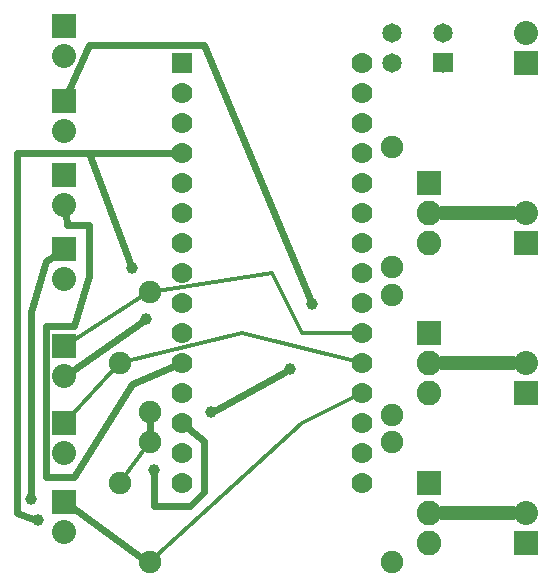
<source format=gtl>
G04 MADE WITH FRITZING*
G04 WWW.FRITZING.ORG*
G04 DOUBLE SIDED*
G04 HOLES PLATED*
G04 CONTOUR ON CENTER OF CONTOUR VECTOR*
%ASAXBY*%
%FSLAX23Y23*%
%MOIN*%
%OFA0B0*%
%SFA1.0B1.0*%
%ADD10C,0.070000*%
%ADD11C,0.080000*%
%ADD12C,0.082000*%
%ADD13C,0.075000*%
%ADD14C,0.065000*%
%ADD15C,0.039370*%
%ADD16R,0.069972X0.070000*%
%ADD17R,0.080000X0.080000*%
%ADD18R,0.082000X0.082000*%
%ADD19C,0.048000*%
%ADD20C,0.024000*%
%ADD21C,0.012000*%
%ADD22R,0.001000X0.001000*%
%LNCOPPER1*%
G90*
G70*
G54D10*
X611Y1730D03*
X611Y1630D03*
X611Y1530D03*
X611Y1430D03*
X611Y1330D03*
X611Y1230D03*
X611Y1130D03*
X611Y1030D03*
X611Y930D03*
X611Y830D03*
X611Y730D03*
X611Y630D03*
X611Y530D03*
X611Y430D03*
X611Y330D03*
X1211Y1730D03*
X1211Y1630D03*
X1211Y1530D03*
X1211Y1430D03*
X1211Y1330D03*
X1211Y1230D03*
X1211Y1130D03*
X1211Y1030D03*
X1211Y930D03*
X1211Y830D03*
X1211Y730D03*
X1211Y630D03*
X1211Y530D03*
X1211Y430D03*
X1211Y330D03*
G54D11*
X1759Y1730D03*
X1759Y1830D03*
X219Y267D03*
X219Y167D03*
X219Y530D03*
X219Y430D03*
X219Y786D03*
X219Y686D03*
X219Y1108D03*
X219Y1008D03*
X219Y1356D03*
X219Y1256D03*
X219Y1604D03*
X219Y1504D03*
X219Y1852D03*
X219Y1752D03*
X1756Y1130D03*
X1756Y1230D03*
X1756Y630D03*
X1756Y730D03*
X1756Y130D03*
X1756Y230D03*
G54D12*
X1433Y330D03*
X1433Y230D03*
X1433Y130D03*
X1433Y830D03*
X1433Y730D03*
X1433Y630D03*
X1433Y1330D03*
X1433Y1230D03*
X1433Y1130D03*
G54D13*
X504Y567D03*
X504Y967D03*
X404Y330D03*
X404Y730D03*
X504Y467D03*
X504Y67D03*
X1311Y467D03*
X1311Y67D03*
X1311Y956D03*
X1311Y556D03*
X1311Y1449D03*
X1311Y1049D03*
G54D14*
X1481Y1830D03*
X1481Y1730D03*
X1481Y1830D03*
X1481Y1730D03*
X1311Y1730D03*
X1311Y1830D03*
X1311Y1730D03*
X1311Y1830D03*
G54D15*
X516Y373D03*
X1044Y925D03*
X972Y709D03*
X708Y565D03*
X108Y277D03*
X132Y205D03*
X444Y1045D03*
X492Y877D03*
G54D16*
X611Y1730D03*
G54D17*
X1759Y1730D03*
X219Y267D03*
X219Y530D03*
X219Y786D03*
X219Y1108D03*
X219Y1356D03*
X219Y1604D03*
X219Y1852D03*
X1756Y1130D03*
X1756Y630D03*
X1756Y130D03*
G54D18*
X1433Y330D03*
X1433Y830D03*
X1433Y1330D03*
G54D19*
X1713Y1230D02*
X1477Y1230D01*
D02*
X1713Y730D02*
X1477Y730D01*
D02*
X1713Y230D02*
X1477Y230D01*
G54D20*
D02*
X1307Y1452D02*
X1311Y1449D01*
G54D21*
D02*
X911Y1030D02*
X1011Y830D01*
D02*
X1011Y830D02*
X1188Y830D01*
D02*
X526Y971D02*
X911Y1030D01*
D02*
X811Y830D02*
X1188Y736D01*
D02*
X426Y735D02*
X811Y830D01*
D02*
X1011Y530D02*
X1190Y619D01*
D02*
X521Y83D02*
X1011Y530D01*
D02*
X388Y713D02*
X236Y549D01*
D02*
X417Y349D02*
X490Y448D01*
D02*
X484Y955D02*
X240Y799D01*
G54D20*
D02*
X223Y1225D02*
X228Y1188D01*
X228Y1189D02*
X300Y1189D01*
X300Y1189D02*
X300Y1021D01*
X300Y1021D02*
X252Y853D01*
X252Y853D02*
X156Y853D01*
X156Y853D02*
X156Y349D01*
X156Y349D02*
X252Y349D01*
X252Y349D02*
X444Y661D01*
X444Y661D02*
X584Y719D01*
D02*
X244Y249D02*
X468Y85D01*
X468Y85D02*
X478Y80D01*
D02*
X516Y354D02*
X516Y253D01*
X516Y253D02*
X636Y253D01*
X636Y253D02*
X684Y301D01*
X684Y301D02*
X684Y469D01*
X684Y469D02*
X633Y511D01*
D02*
X231Y1633D02*
X300Y1789D01*
X300Y1789D02*
X684Y1789D01*
X684Y1789D02*
X1037Y942D01*
D02*
X955Y699D02*
X725Y574D01*
D02*
X504Y538D02*
X504Y496D01*
D02*
X192Y1091D02*
X156Y1069D01*
X156Y1069D02*
X108Y901D01*
X108Y901D02*
X108Y295D01*
D02*
X114Y211D02*
X60Y229D01*
X60Y229D02*
X60Y1429D01*
X60Y1429D02*
X300Y1429D01*
X300Y1429D02*
X437Y1062D01*
D02*
X476Y866D02*
X244Y703D01*
D02*
X582Y1430D02*
X300Y1428D01*
G54D22*
X1449Y1763D02*
X1513Y1763D01*
X1449Y1762D02*
X1513Y1762D01*
X1449Y1761D02*
X1513Y1761D01*
X1449Y1760D02*
X1513Y1760D01*
X1449Y1759D02*
X1513Y1759D01*
X1449Y1758D02*
X1513Y1758D01*
X1449Y1757D02*
X1513Y1757D01*
X1449Y1756D02*
X1513Y1756D01*
X1449Y1755D02*
X1513Y1755D01*
X1449Y1754D02*
X1513Y1754D01*
X1449Y1753D02*
X1513Y1753D01*
X1449Y1752D02*
X1513Y1752D01*
X1449Y1751D02*
X1513Y1751D01*
X1449Y1750D02*
X1513Y1750D01*
X1449Y1749D02*
X1513Y1749D01*
X1449Y1748D02*
X1513Y1748D01*
X1449Y1747D02*
X1513Y1747D01*
X1449Y1746D02*
X1513Y1746D01*
X1449Y1745D02*
X1513Y1745D01*
X1449Y1744D02*
X1476Y1744D01*
X1486Y1744D02*
X1513Y1744D01*
X1449Y1743D02*
X1473Y1743D01*
X1488Y1743D02*
X1513Y1743D01*
X1449Y1742D02*
X1472Y1742D01*
X1489Y1742D02*
X1513Y1742D01*
X1449Y1741D02*
X1471Y1741D01*
X1491Y1741D02*
X1513Y1741D01*
X1449Y1740D02*
X1470Y1740D01*
X1491Y1740D02*
X1513Y1740D01*
X1449Y1739D02*
X1469Y1739D01*
X1492Y1739D02*
X1513Y1739D01*
X1449Y1738D02*
X1468Y1738D01*
X1493Y1738D02*
X1513Y1738D01*
X1449Y1737D02*
X1468Y1737D01*
X1493Y1737D02*
X1513Y1737D01*
X1449Y1736D02*
X1467Y1736D01*
X1494Y1736D02*
X1513Y1736D01*
X1449Y1735D02*
X1467Y1735D01*
X1494Y1735D02*
X1513Y1735D01*
X1449Y1734D02*
X1467Y1734D01*
X1495Y1734D02*
X1513Y1734D01*
X1449Y1733D02*
X1466Y1733D01*
X1495Y1733D02*
X1513Y1733D01*
X1449Y1732D02*
X1466Y1732D01*
X1495Y1732D02*
X1513Y1732D01*
X1449Y1731D02*
X1466Y1731D01*
X1495Y1731D02*
X1513Y1731D01*
X1449Y1730D02*
X1466Y1730D01*
X1495Y1730D02*
X1513Y1730D01*
X1449Y1729D02*
X1466Y1729D01*
X1495Y1729D02*
X1513Y1729D01*
X1449Y1728D02*
X1467Y1728D01*
X1495Y1728D02*
X1513Y1728D01*
X1449Y1727D02*
X1467Y1727D01*
X1494Y1727D02*
X1513Y1727D01*
X1449Y1726D02*
X1467Y1726D01*
X1494Y1726D02*
X1513Y1726D01*
X1449Y1725D02*
X1468Y1725D01*
X1493Y1725D02*
X1513Y1725D01*
X1449Y1724D02*
X1468Y1724D01*
X1493Y1724D02*
X1513Y1724D01*
X1449Y1723D02*
X1469Y1723D01*
X1492Y1723D02*
X1513Y1723D01*
X1449Y1722D02*
X1470Y1722D01*
X1491Y1722D02*
X1513Y1722D01*
X1449Y1721D02*
X1471Y1721D01*
X1490Y1721D02*
X1513Y1721D01*
X1449Y1720D02*
X1472Y1720D01*
X1489Y1720D02*
X1513Y1720D01*
X1449Y1719D02*
X1473Y1719D01*
X1488Y1719D02*
X1513Y1719D01*
X1449Y1718D02*
X1476Y1718D01*
X1485Y1718D02*
X1513Y1718D01*
X1449Y1717D02*
X1513Y1717D01*
X1449Y1716D02*
X1513Y1716D01*
X1449Y1715D02*
X1513Y1715D01*
X1449Y1714D02*
X1513Y1714D01*
X1449Y1713D02*
X1513Y1713D01*
X1449Y1712D02*
X1513Y1712D01*
X1449Y1711D02*
X1513Y1711D01*
X1449Y1710D02*
X1513Y1710D01*
X1449Y1709D02*
X1513Y1709D01*
X1449Y1708D02*
X1513Y1708D01*
X1449Y1707D02*
X1513Y1707D01*
X1449Y1706D02*
X1513Y1706D01*
X1449Y1705D02*
X1513Y1705D01*
X1449Y1704D02*
X1513Y1704D01*
X1449Y1703D02*
X1513Y1703D01*
X1449Y1702D02*
X1513Y1702D01*
X1449Y1701D02*
X1513Y1701D01*
X1449Y1700D02*
X1513Y1700D01*
X1449Y1699D02*
X1513Y1699D01*
D02*
G04 End of Copper1*
M02*
</source>
